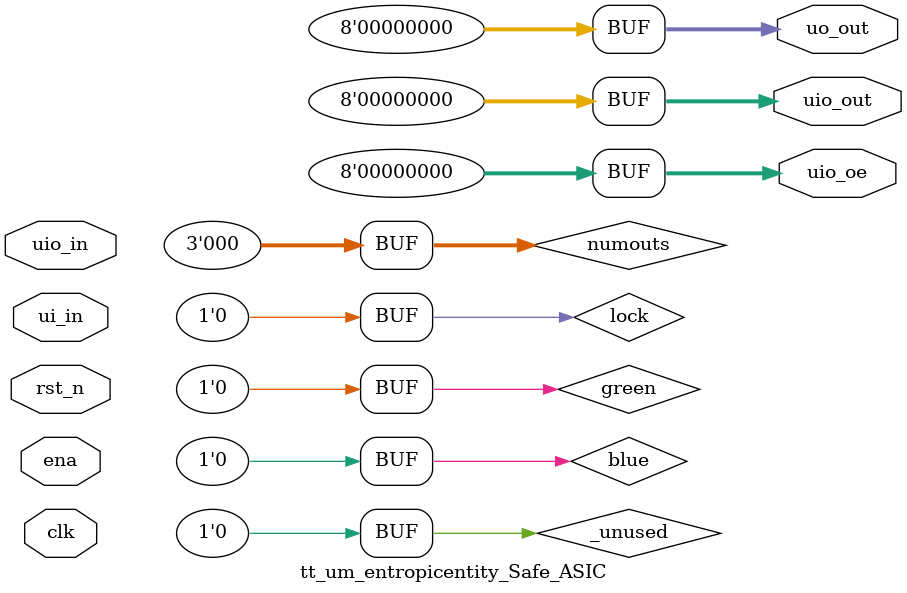
<source format=v>
/*
 * Copyright (c) 2024 Alexander Singer
 * SPDX-License-Identifier: Apache-2.0
 */

`default_nettype none

module tt_um_entropicentity_Safe_ASIC (
    input  wire [7:0] ui_in,    // Dedicated inputs
    output wire [7:0] uo_out,   // Dedicated outputs
    input  wire [7:0] uio_in,   // IOs: Input path
    output wire [7:0] uio_out,  // IOs: Output path
    output wire [7:0] uio_oe,   // IOs: Enable path (active high: 0=input, 1=output)
    input  wire       ena,      // always 1 when the design is powered, so you can ignore it
    input  wire       clk,      // clock
    input  wire       rst_n     // reset_n - low to reset
);
  // All output pins must be assigned. If not used, assign to 0.
  assign uo_out  = 0;  // Example: ou_out is the sum of ui_in and uio_in
  assign uio_out = 0;
  assign uio_oe  = 0;

  // List all unused inputs to prevent warnings
  wire _unused = &{uio_in[7:4], ena, clk, rst_n, 1'b0};

    wire c1;
    wire c2;

    wire green;
    wire blue;
    wire lock;

    wire [3:0] dataline;

    wire [3:0] numins;
    wire [2:0] numouts;

    assign uio_out[2:0] = numouts;
    assign uio_out[3] = lock;
    assign uio_out[4] = green;
    assign uio_out[5] = blue;
    assign uio_out[7:6] = 2'b00;

  clockboss u_clockboss (
    .clk(clk),
    .rst(~rst_n),
    .c1(c1),
    .c2(c2)
  );

  membranedriver u_membranedriver (
    .clk(c1),
    .rst(~rst_n),
    .in0(uio_in[0]),
    .in1(uio_in[1]),
    .in2(uio_in[2]),
    .in3(uio_in[3]),
    .out0(numouts[0]),
    .out1(numouts[1]),
    .out2(numouts[2]),
    .data_out(dataline)
  );

  safecontrol u_safecontrol (
    .clk(c2),
    .rst(~rst_n),
    .invalue(dataline),
    .lock(lock),
    .green(green),
    .blue(blue)
  );



endmodule

</source>
